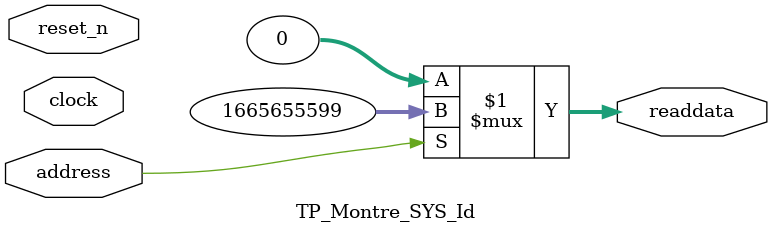
<source format=v>

`timescale 1ns / 1ps
// synthesis translate_on

// turn off superfluous verilog processor warnings 
// altera message_level Level1 
// altera message_off 10034 10035 10036 10037 10230 10240 10030 

module TP_Montre_SYS_Id (
               // inputs:
                address,
                clock,
                reset_n,

               // outputs:
                readdata
             )
;

  output  [ 31: 0] readdata;
  input            address;
  input            clock;
  input            reset_n;

  wire    [ 31: 0] readdata;
  //control_slave, which is an e_avalon_slave
  assign readdata = address ? 1665655599 : 0;

endmodule




</source>
